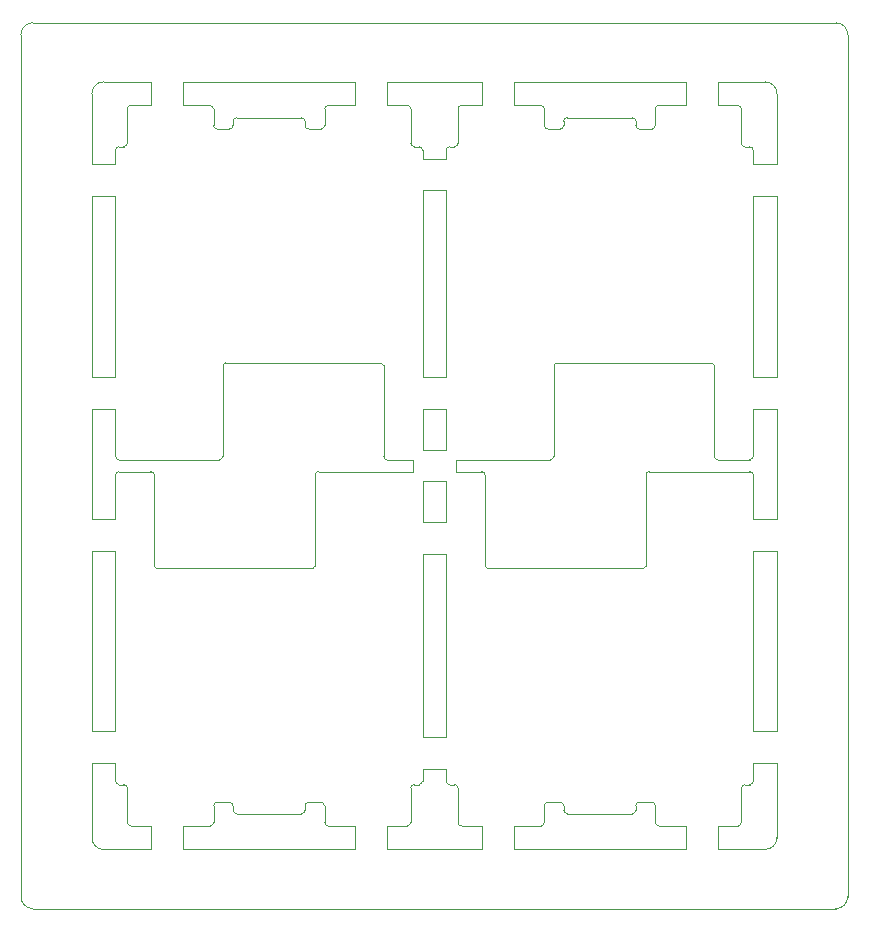
<source format=gbr>
%TF.GenerationSoftware,KiCad,Pcbnew,7.0.8*%
%TF.CreationDate,2024-04-11T01:14:03+02:00*%
%TF.ProjectId,Expansion_Card_Retrofit,45787061-6e73-4696-9f6e-5f436172645f,X1*%
%TF.SameCoordinates,Original*%
%TF.FileFunction,Profile,NP*%
%FSLAX46Y46*%
G04 Gerber Fmt 4.6, Leading zero omitted, Abs format (unit mm)*
G04 Created by KiCad (PCBNEW 7.0.8) date 2024-04-11 01:14:03*
%MOMM*%
%LPD*%
G01*
G04 APERTURE LIST*
%TA.AperFunction,Profile*%
%ADD10C,0.050000*%
%TD*%
%TA.AperFunction,Profile*%
%ADD11C,0.100000*%
%TD*%
G04 APERTURE END LIST*
D10*
X161700000Y-105000000D02*
G75*
G03*
X162000000Y-104700000I0J300000D01*
G01*
X136000000Y-132200000D02*
X136000000Y-131200000D01*
X162000000Y-110000000D02*
X162000000Y-106300000D01*
X161300000Y-132500000D02*
G75*
G03*
X161000000Y-132800000I0J-300000D01*
G01*
X137000000Y-135700000D02*
G75*
G03*
X137300000Y-136000000I300000J0D01*
G01*
X161700000Y-132500000D02*
X161300000Y-132500000D01*
X153700000Y-135700000D02*
G75*
G03*
X154000000Y-136000000I300000J0D01*
G01*
X137000000Y-132800000D02*
G75*
G03*
X136700000Y-132500000I-300000J0D01*
G01*
X161000000Y-132800000D02*
X161000000Y-135700000D01*
X144700000Y-134000000D02*
X144600000Y-134000000D01*
X144000000Y-136000000D02*
G75*
G03*
X144300000Y-135700000I0J300000D01*
G01*
X161700000Y-132500000D02*
G75*
G03*
X162000000Y-132200000I0J300000D01*
G01*
X139300000Y-114000000D02*
X139300000Y-106300000D01*
X153700000Y-134300000D02*
G75*
G03*
X153400000Y-134000000I-300000J0D01*
G01*
X154000000Y-136000000D02*
X156300000Y-136000000D01*
X152700000Y-114208579D02*
G75*
G03*
X152900000Y-114008579I36J199964D01*
G01*
X139000000Y-106000000D02*
X136800000Y-106000000D01*
X144600000Y-134000000D02*
G75*
G03*
X144300000Y-134300000I0J-300000D01*
G01*
X160700000Y-136000000D02*
G75*
G03*
X161000000Y-135700000I0J300000D01*
G01*
X159000000Y-136000000D02*
X160700000Y-136000000D01*
X139300000Y-106300000D02*
G75*
G03*
X139000000Y-106000000I-300000J0D01*
G01*
X153400000Y-134000000D02*
X153300000Y-134000000D01*
X144300000Y-134300000D02*
X144300000Y-135700000D01*
X137000000Y-132800000D02*
X137000000Y-135700000D01*
X162000000Y-132200000D02*
X162000000Y-130700000D01*
X136000000Y-128500000D02*
X136000000Y-113000000D01*
X162000000Y-106300000D02*
G75*
G03*
X161700000Y-106000000I-300000J0D01*
G01*
X153700000Y-134300000D02*
X153700000Y-135700000D01*
X144000000Y-136000000D02*
X141700000Y-136000000D01*
X162000000Y-128000000D02*
X162000000Y-112700000D01*
X136000000Y-110300000D02*
X136000000Y-106800000D01*
X139300000Y-114008579D02*
G75*
G03*
X139500000Y-114208579I200015J15D01*
G01*
X153200000Y-106000000D02*
G75*
G03*
X152900000Y-106300000I0J-300000D01*
G01*
X139000000Y-136000000D02*
X137300000Y-136000000D01*
X161700000Y-106000000D02*
X153200000Y-106000000D01*
X152900000Y-106300000D02*
X152900000Y-114000000D01*
X136000000Y-132200000D02*
G75*
G03*
X136300000Y-132500000I300000J0D01*
G01*
X152700000Y-114208579D02*
X139500000Y-114208579D01*
X136700000Y-132500000D02*
X136300000Y-132500000D01*
X108000000Y-132200000D02*
X108000000Y-130700000D01*
X134000000Y-110300000D02*
X134000000Y-106800000D01*
X133300000Y-132500000D02*
G75*
G03*
X133000000Y-132800000I0J-300000D01*
G01*
X109000000Y-135700000D02*
G75*
G03*
X109300000Y-136000000I300000J0D01*
G01*
X133700000Y-132500000D02*
X133300000Y-132500000D01*
X125700000Y-135700000D02*
G75*
G03*
X126000000Y-136000000I300000J0D01*
G01*
X109000000Y-132800000D02*
G75*
G03*
X108700000Y-132500000I-300000J0D01*
G01*
X133000000Y-132800000D02*
X133000000Y-135700000D01*
X116700000Y-134000000D02*
X116600000Y-134000000D01*
X116000000Y-136000000D02*
G75*
G03*
X116300000Y-135700000I0J300000D01*
G01*
X133700000Y-132500000D02*
G75*
G03*
X134000000Y-132200000I0J300000D01*
G01*
X111300000Y-114000000D02*
X111300000Y-106300000D01*
X125700000Y-134300000D02*
G75*
G03*
X125400000Y-134000000I-300000J0D01*
G01*
X126000000Y-136000000D02*
X128300000Y-136000000D01*
X124700000Y-114208579D02*
G75*
G03*
X124900000Y-114008579I36J199964D01*
G01*
X111000000Y-106000000D02*
X108300000Y-106000000D01*
X116600000Y-134000000D02*
G75*
G03*
X116300000Y-134300000I0J-300000D01*
G01*
X132700000Y-136000000D02*
G75*
G03*
X133000000Y-135700000I0J300000D01*
G01*
X131000000Y-136000000D02*
X132700000Y-136000000D01*
X111300000Y-106300000D02*
G75*
G03*
X111000000Y-106000000I-300000J0D01*
G01*
X125400000Y-134000000D02*
X125300000Y-134000000D01*
X116300000Y-134300000D02*
X116300000Y-135700000D01*
X109000000Y-132800000D02*
X109000000Y-135700000D01*
X134000000Y-132200000D02*
X134000000Y-131200000D01*
X108000000Y-128000000D02*
X108000000Y-112700000D01*
X108300000Y-106000000D02*
G75*
G03*
X108000000Y-106300000I0J-300000D01*
G01*
X125700000Y-134300000D02*
X125700000Y-135700000D01*
X116000000Y-136000000D02*
X113700000Y-136000000D01*
X134000000Y-128500000D02*
X134000000Y-113000000D01*
X108000000Y-110000000D02*
X108000000Y-106300000D01*
X111300000Y-114008579D02*
G75*
G03*
X111500000Y-114208579I200015J15D01*
G01*
X125200000Y-106000000D02*
G75*
G03*
X124900000Y-106300000I0J-300000D01*
G01*
X111000000Y-136000000D02*
X109300000Y-136000000D01*
X133200000Y-106000000D02*
X125200000Y-106000000D01*
X124900000Y-106300000D02*
X124900000Y-114000000D01*
X108000000Y-132200000D02*
G75*
G03*
X108300000Y-132500000I300000J0D01*
G01*
X124700000Y-114208579D02*
X111500000Y-114208579D01*
X108700000Y-132500000D02*
X108300000Y-132500000D01*
X162000000Y-78800000D02*
X162000000Y-80000000D01*
X136000000Y-100700000D02*
X136000000Y-104200000D01*
X136700000Y-78500000D02*
G75*
G03*
X137000000Y-78200000I0J300000D01*
G01*
X161000000Y-75300000D02*
G75*
G03*
X160700000Y-75000000I-300000J0D01*
G01*
X136300000Y-78500000D02*
X136700000Y-78500000D01*
X144300000Y-75300000D02*
G75*
G03*
X144000000Y-75000000I-300000J0D01*
G01*
X161000000Y-78200000D02*
G75*
G03*
X161300000Y-78500000I300000J0D01*
G01*
X137000000Y-78200000D02*
X137000000Y-75300000D01*
X153300000Y-77000000D02*
X153400000Y-77000000D01*
X154000000Y-75000000D02*
G75*
G03*
X153700000Y-75300000I0J-300000D01*
G01*
X136300000Y-78500000D02*
G75*
G03*
X136000000Y-78800000I0J-300000D01*
G01*
X158700000Y-97000000D02*
X158700000Y-104700000D01*
X144300000Y-76700000D02*
G75*
G03*
X144600000Y-77000000I300000J0D01*
G01*
X144000000Y-75000000D02*
X141700000Y-75000000D01*
X145300000Y-96791421D02*
G75*
G03*
X145100000Y-96991421I-36J-199964D01*
G01*
X159000000Y-105000000D02*
X161700000Y-105000000D01*
X153400000Y-77000000D02*
G75*
G03*
X153700000Y-76700000I0J300000D01*
G01*
X137300000Y-75000000D02*
G75*
G03*
X137000000Y-75300000I0J-300000D01*
G01*
X139000000Y-75000000D02*
X137300000Y-75000000D01*
X158700000Y-104700000D02*
G75*
G03*
X159000000Y-105000000I300000J0D01*
G01*
X144600000Y-77000000D02*
X144700000Y-77000000D01*
X153700000Y-76700000D02*
X153700000Y-75300000D01*
X161000000Y-78200000D02*
X161000000Y-75300000D01*
X136000000Y-78800000D02*
X136000000Y-79500000D01*
X162000000Y-82700000D02*
X162000000Y-98000000D01*
X144300000Y-76700000D02*
X144300000Y-75300000D01*
X154000000Y-75000000D02*
X156300000Y-75000000D01*
X136000000Y-82200000D02*
X136000000Y-98000000D01*
X162000000Y-100700000D02*
X162000000Y-104700000D01*
X158700000Y-96991421D02*
G75*
G03*
X158500000Y-96791421I-200015J-15D01*
G01*
X144800000Y-105000000D02*
G75*
G03*
X145100000Y-104700000I0J300000D01*
G01*
X159000000Y-75000000D02*
X160700000Y-75000000D01*
X136800000Y-105000000D02*
X144800000Y-105000000D01*
X145100000Y-104700000D02*
X145100000Y-97000000D01*
X162000000Y-78800000D02*
G75*
G03*
X161700000Y-78500000I-300000J0D01*
G01*
X145300000Y-96791421D02*
X158500000Y-96791421D01*
X161300000Y-78500000D02*
X161700000Y-78500000D01*
X134000000Y-78800000D02*
X134000000Y-79500000D01*
D11*
X136000000Y-106800000D02*
X134000000Y-106800000D01*
X136000000Y-104200000D02*
X134000000Y-104200000D01*
X136800000Y-106000000D02*
X136800000Y-105000000D01*
X133200000Y-106000000D02*
X133200000Y-105000000D01*
D10*
X163000000Y-138000000D02*
G75*
G03*
X164000000Y-137000000I1J999999D01*
G01*
X164000000Y-74000000D02*
G75*
G03*
X163000000Y-73000000I-999999J1D01*
G01*
X106000000Y-137000000D02*
G75*
G03*
X107000000Y-138000000I999999J-1D01*
G01*
X107000000Y-73000000D02*
G75*
G03*
X106000000Y-74000000I-1J-999999D01*
G01*
X164000000Y-130700000D02*
X164000000Y-137000000D01*
X164000000Y-112700000D02*
X164000000Y-128000000D01*
X164000000Y-100700000D02*
X164000000Y-110000000D01*
X164000000Y-82700000D02*
X164000000Y-98000000D01*
X164000000Y-80000000D02*
X164000000Y-74000000D01*
X106000000Y-130700000D02*
X106000000Y-137000000D01*
X106000000Y-112700000D02*
X106000000Y-128000000D01*
X106000000Y-100700000D02*
X106000000Y-110000000D01*
X106000000Y-82700000D02*
X106000000Y-98000000D01*
X106000000Y-80000000D02*
X106000000Y-74000000D01*
X108000000Y-100700000D02*
X108000000Y-104700000D01*
X108000000Y-78800000D02*
X108000000Y-80000000D01*
D11*
X162000000Y-128000000D02*
X164000000Y-128000000D01*
X162000000Y-130700000D02*
X164000000Y-130700000D01*
X162000000Y-98000000D02*
X164000000Y-98000000D01*
X162000000Y-100700000D02*
X164000000Y-100700000D01*
X162000000Y-112700000D02*
X164000000Y-112700000D01*
X162000000Y-110000000D02*
X164000000Y-110000000D01*
X162000000Y-80000000D02*
X164000000Y-80000000D01*
X162000000Y-82700000D02*
X164000000Y-82700000D01*
X106000000Y-128000000D02*
X108000000Y-128000000D01*
X106000000Y-130700000D02*
X108000000Y-130700000D01*
X106000000Y-80000000D02*
X108000000Y-80000000D01*
X106000000Y-82700000D02*
X108000000Y-82700000D01*
X106000000Y-110000000D02*
X108000000Y-110000000D01*
X106000000Y-112700000D02*
X108000000Y-112700000D01*
X106000000Y-98000000D02*
X108000000Y-98000000D01*
X106000000Y-100700000D02*
X108000000Y-100700000D01*
D10*
X169000000Y-143000000D02*
G75*
G03*
X170000000Y-142000000I0J1000000D01*
G01*
X113700000Y-138000000D02*
X128300000Y-138000000D01*
X131000000Y-138000000D02*
X139000000Y-138000000D01*
X141700000Y-138000000D02*
X156300000Y-138000000D01*
X170000000Y-142000000D02*
X170000000Y-69000000D01*
X159000000Y-138000000D02*
X163000000Y-138000000D01*
D11*
X139000000Y-136000000D02*
X139000000Y-138000000D01*
X141700000Y-136000000D02*
X141700000Y-138000000D01*
X134000000Y-110300000D02*
X136000000Y-110300000D01*
X134000000Y-113000000D02*
X136000000Y-113000000D01*
X159000000Y-136000000D02*
X159000000Y-138000000D01*
X156300000Y-136000000D02*
X156300000Y-138000000D01*
X111000000Y-136000000D02*
X111000000Y-138000000D01*
X113700000Y-136000000D02*
X113700000Y-138000000D01*
X128300000Y-136000000D02*
X128300000Y-138000000D01*
X131000000Y-136000000D02*
X131000000Y-138000000D01*
X134000000Y-131200000D02*
X136000000Y-131200000D01*
X134000000Y-128500000D02*
X136000000Y-128500000D01*
D10*
X169000000Y-143000000D02*
X101000000Y-143000000D01*
X100000000Y-69000000D02*
X100000000Y-142000000D01*
X107000000Y-138000000D02*
X111000000Y-138000000D01*
X100000000Y-142000000D02*
G75*
G03*
X101000000Y-143000000I1000000J0D01*
G01*
X130700000Y-104700000D02*
G75*
G03*
X131000000Y-105000000I300000J0D01*
G01*
X116800000Y-105000000D02*
G75*
G03*
X117100000Y-104700000I0J300000D01*
G01*
X101000000Y-68000000D02*
G75*
G03*
X100000000Y-69000000I0J-1000000D01*
G01*
X159000000Y-73000000D02*
X163000000Y-73000000D01*
X101000000Y-68000000D02*
X169000000Y-68000000D01*
X170000000Y-69000000D02*
G75*
G03*
X169000000Y-68000000I-1000000J0D01*
G01*
X156300000Y-73000000D02*
X141700000Y-73000000D01*
X111000000Y-73000000D02*
X107000000Y-73000000D01*
X139000000Y-73000000D02*
X131000000Y-73000000D01*
X128300000Y-73000000D02*
X113700000Y-73000000D01*
D11*
X139000000Y-73000000D02*
X139000000Y-75000000D01*
X141700000Y-73000000D02*
X141700000Y-75000000D01*
X156300000Y-73000000D02*
X156300000Y-75000000D01*
X159000000Y-73000000D02*
X159000000Y-75000000D01*
X128300000Y-73000000D02*
X128300000Y-75000000D01*
X131000000Y-73000000D02*
X131000000Y-75000000D01*
D10*
X108700000Y-78500000D02*
G75*
G03*
X109000000Y-78200000I0J300000D01*
G01*
X133000000Y-75300000D02*
G75*
G03*
X132700000Y-75000000I-300000J0D01*
G01*
X108300000Y-78500000D02*
X108700000Y-78500000D01*
X116300000Y-75300000D02*
G75*
G03*
X116000000Y-75000000I-300000J0D01*
G01*
X133000000Y-78200000D02*
G75*
G03*
X133300000Y-78500000I300000J0D01*
G01*
X125300000Y-77000000D02*
X125400000Y-77000000D01*
X108300000Y-78500000D02*
G75*
G03*
X108000000Y-78800000I0J-300000D01*
G01*
X116000000Y-75000000D02*
X113700000Y-75000000D01*
X131000000Y-105000000D02*
X133200000Y-105000000D01*
X125400000Y-77000000D02*
G75*
G03*
X125700000Y-76700000I0J300000D01*
G01*
X111000000Y-75000000D02*
X109300000Y-75000000D01*
X117300000Y-96791400D02*
G75*
G03*
X117100000Y-96991421I0J-200000D01*
G01*
X116600000Y-77000000D02*
X116700000Y-77000000D01*
X130700000Y-97000000D02*
X130700000Y-104700000D01*
X125700000Y-76700000D02*
X125700000Y-75300000D01*
X134000000Y-82200000D02*
X134000000Y-98000000D01*
X133000000Y-78200000D02*
X133000000Y-75300000D01*
X108000000Y-104700000D02*
G75*
G03*
X108300000Y-105000000I300000J0D01*
G01*
X126000000Y-75000000D02*
G75*
G03*
X125700000Y-75300000I0J-300000D01*
G01*
X109000000Y-78200000D02*
X109000000Y-75300000D01*
X109300000Y-75000000D02*
G75*
G03*
X109000000Y-75300000I0J-300000D01*
G01*
X108000000Y-82700000D02*
X108000000Y-98000000D01*
X116300000Y-76700000D02*
X116300000Y-75300000D01*
X130699979Y-96991421D02*
G75*
G03*
X130500000Y-96791421I-199979J21D01*
G01*
X131000000Y-75000000D02*
X132700000Y-75000000D01*
X108300000Y-105000000D02*
X116800000Y-105000000D01*
X117100000Y-104700000D02*
X117100000Y-97000000D01*
X116300000Y-76700000D02*
G75*
G03*
X116600000Y-77000000I300000J0D01*
G01*
X134000000Y-78800000D02*
G75*
G03*
X133700000Y-78500000I-300000J0D01*
G01*
X117300000Y-96791421D02*
X130500000Y-96791421D01*
X126000000Y-75000000D02*
X128300000Y-75000000D01*
X133300000Y-78500000D02*
X133700000Y-78500000D01*
X134000000Y-100700000D02*
X134000000Y-104200000D01*
D11*
X134000000Y-100700000D02*
X136000000Y-100700000D01*
X134000000Y-98000000D02*
X136000000Y-98000000D01*
X111000000Y-73000000D02*
X111000000Y-75000000D01*
X113700000Y-73000000D02*
X113700000Y-75000000D01*
X134000000Y-79500000D02*
X136000000Y-79500000D01*
X134000000Y-82200000D02*
X136000000Y-82200000D01*
D10*
%TO.C,P1*%
X145950000Y-134300000D02*
G75*
G03*
X145650000Y-134000000I-300000J0D01*
G01*
X145950000Y-134660000D02*
G75*
G03*
X146250000Y-134960000I300000J0D01*
G01*
X152350000Y-134000000D02*
G75*
G03*
X152050000Y-134300000I0J-300000D01*
G01*
X151750000Y-134960000D02*
G75*
G03*
X152050000Y-134660000I0J300000D01*
G01*
X145650000Y-134000000D02*
X144700000Y-134000000D01*
X145950000Y-134660000D02*
X145950000Y-134300000D01*
X151750000Y-134960000D02*
X146250000Y-134960000D01*
X152050000Y-134660000D02*
X152050000Y-134300000D01*
X152350000Y-134000000D02*
X153300000Y-134000000D01*
X124350000Y-134000000D02*
X125300000Y-134000000D01*
X124050000Y-134660000D02*
X124050000Y-134300000D01*
X123750000Y-134960000D02*
X118250000Y-134960000D01*
X117950000Y-134660000D02*
X117950000Y-134300000D01*
X117650000Y-134000000D02*
X116700000Y-134000000D01*
X123750000Y-134960000D02*
G75*
G03*
X124050000Y-134660000I0J300000D01*
G01*
X124350000Y-134000000D02*
G75*
G03*
X124050000Y-134300000I0J-300000D01*
G01*
X117950000Y-134660000D02*
G75*
G03*
X118250000Y-134960000I300000J0D01*
G01*
X117950000Y-134300000D02*
G75*
G03*
X117650000Y-134000000I-300000J0D01*
G01*
X145650000Y-77000000D02*
X144700000Y-77000000D01*
X145950000Y-76340000D02*
X145950000Y-76700000D01*
X146250000Y-76040000D02*
X151750000Y-76040000D01*
X152050000Y-76340000D02*
X152050000Y-76700000D01*
X152350000Y-77000000D02*
X153300000Y-77000000D01*
X146250000Y-76040000D02*
G75*
G03*
X145950000Y-76340000I0J-300000D01*
G01*
X145650000Y-77000000D02*
G75*
G03*
X145950000Y-76700000I0J300000D01*
G01*
X152050000Y-76340000D02*
G75*
G03*
X151750000Y-76040000I-300000J0D01*
G01*
X152050000Y-76700000D02*
G75*
G03*
X152350000Y-77000000I300000J0D01*
G01*
X124050000Y-76700000D02*
G75*
G03*
X124350000Y-77000000I300000J0D01*
G01*
X124050000Y-76340000D02*
G75*
G03*
X123750000Y-76040000I-300000J0D01*
G01*
X117650000Y-77000000D02*
G75*
G03*
X117950000Y-76700000I0J300000D01*
G01*
X118250000Y-76040000D02*
G75*
G03*
X117950000Y-76340000I0J-300000D01*
G01*
X124350000Y-77000000D02*
X125300000Y-77000000D01*
X124050000Y-76340000D02*
X124050000Y-76700000D01*
X118250000Y-76040000D02*
X123750000Y-76040000D01*
X117950000Y-76340000D02*
X117950000Y-76700000D01*
X117650000Y-77000000D02*
X116700000Y-77000000D01*
%TD*%
M02*

</source>
